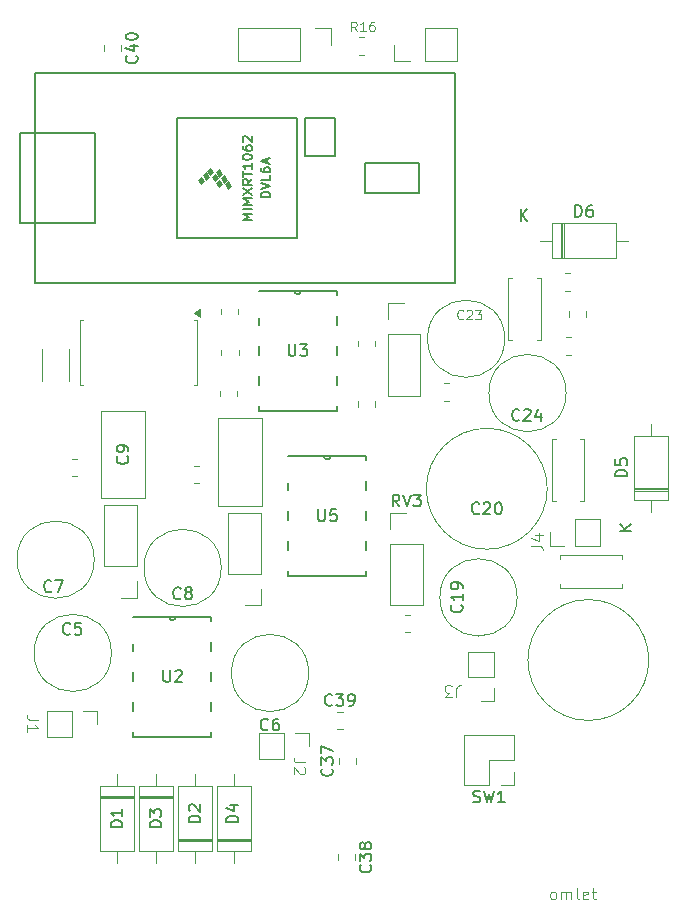
<source format=gbr>
%TF.GenerationSoftware,KiCad,Pcbnew,9.0.5-9.0.5~ubuntu24.04.1*%
%TF.CreationDate,2025-12-28T13:44:13+09:00*%
%TF.ProjectId,bdm-reverb,62646d2d-7265-4766-9572-622e6b696361,rev?*%
%TF.SameCoordinates,Original*%
%TF.FileFunction,Legend,Top*%
%TF.FilePolarity,Positive*%
%FSLAX46Y46*%
G04 Gerber Fmt 4.6, Leading zero omitted, Abs format (unit mm)*
G04 Created by KiCad (PCBNEW 9.0.5-9.0.5~ubuntu24.04.1) date 2025-12-28 13:44:13*
%MOMM*%
%LPD*%
G01*
G04 APERTURE LIST*
%ADD10C,0.100000*%
%ADD11C,0.150000*%
%ADD12C,0.080000*%
%ADD13C,0.120000*%
%ADD14C,0.152400*%
G04 APERTURE END LIST*
D10*
X240646741Y-113872419D02*
X240551503Y-113824800D01*
X240551503Y-113824800D02*
X240503884Y-113777180D01*
X240503884Y-113777180D02*
X240456265Y-113681942D01*
X240456265Y-113681942D02*
X240456265Y-113396228D01*
X240456265Y-113396228D02*
X240503884Y-113300990D01*
X240503884Y-113300990D02*
X240551503Y-113253371D01*
X240551503Y-113253371D02*
X240646741Y-113205752D01*
X240646741Y-113205752D02*
X240789598Y-113205752D01*
X240789598Y-113205752D02*
X240884836Y-113253371D01*
X240884836Y-113253371D02*
X240932455Y-113300990D01*
X240932455Y-113300990D02*
X240980074Y-113396228D01*
X240980074Y-113396228D02*
X240980074Y-113681942D01*
X240980074Y-113681942D02*
X240932455Y-113777180D01*
X240932455Y-113777180D02*
X240884836Y-113824800D01*
X240884836Y-113824800D02*
X240789598Y-113872419D01*
X240789598Y-113872419D02*
X240646741Y-113872419D01*
X241408646Y-113872419D02*
X241408646Y-113205752D01*
X241408646Y-113300990D02*
X241456265Y-113253371D01*
X241456265Y-113253371D02*
X241551503Y-113205752D01*
X241551503Y-113205752D02*
X241694360Y-113205752D01*
X241694360Y-113205752D02*
X241789598Y-113253371D01*
X241789598Y-113253371D02*
X241837217Y-113348609D01*
X241837217Y-113348609D02*
X241837217Y-113872419D01*
X241837217Y-113348609D02*
X241884836Y-113253371D01*
X241884836Y-113253371D02*
X241980074Y-113205752D01*
X241980074Y-113205752D02*
X242122931Y-113205752D01*
X242122931Y-113205752D02*
X242218170Y-113253371D01*
X242218170Y-113253371D02*
X242265789Y-113348609D01*
X242265789Y-113348609D02*
X242265789Y-113872419D01*
X242884836Y-113872419D02*
X242789598Y-113824800D01*
X242789598Y-113824800D02*
X242741979Y-113729561D01*
X242741979Y-113729561D02*
X242741979Y-112872419D01*
X243646741Y-113824800D02*
X243551503Y-113872419D01*
X243551503Y-113872419D02*
X243361027Y-113872419D01*
X243361027Y-113872419D02*
X243265789Y-113824800D01*
X243265789Y-113824800D02*
X243218170Y-113729561D01*
X243218170Y-113729561D02*
X243218170Y-113348609D01*
X243218170Y-113348609D02*
X243265789Y-113253371D01*
X243265789Y-113253371D02*
X243361027Y-113205752D01*
X243361027Y-113205752D02*
X243551503Y-113205752D01*
X243551503Y-113205752D02*
X243646741Y-113253371D01*
X243646741Y-113253371D02*
X243694360Y-113348609D01*
X243694360Y-113348609D02*
X243694360Y-113443847D01*
X243694360Y-113443847D02*
X243218170Y-113539085D01*
X243980075Y-113205752D02*
X244361027Y-113205752D01*
X244122932Y-112872419D02*
X244122932Y-113729561D01*
X244122932Y-113729561D02*
X244170551Y-113824800D01*
X244170551Y-113824800D02*
X244265789Y-113872419D01*
X244265789Y-113872419D02*
X244361027Y-113872419D01*
D11*
X204659580Y-76366666D02*
X204707200Y-76414285D01*
X204707200Y-76414285D02*
X204754819Y-76557142D01*
X204754819Y-76557142D02*
X204754819Y-76652380D01*
X204754819Y-76652380D02*
X204707200Y-76795237D01*
X204707200Y-76795237D02*
X204611961Y-76890475D01*
X204611961Y-76890475D02*
X204516723Y-76938094D01*
X204516723Y-76938094D02*
X204326247Y-76985713D01*
X204326247Y-76985713D02*
X204183390Y-76985713D01*
X204183390Y-76985713D02*
X203992914Y-76938094D01*
X203992914Y-76938094D02*
X203897676Y-76890475D01*
X203897676Y-76890475D02*
X203802438Y-76795237D01*
X203802438Y-76795237D02*
X203754819Y-76652380D01*
X203754819Y-76652380D02*
X203754819Y-76557142D01*
X203754819Y-76557142D02*
X203802438Y-76414285D01*
X203802438Y-76414285D02*
X203850057Y-76366666D01*
X204754819Y-75890475D02*
X204754819Y-75699999D01*
X204754819Y-75699999D02*
X204707200Y-75604761D01*
X204707200Y-75604761D02*
X204659580Y-75557142D01*
X204659580Y-75557142D02*
X204516723Y-75461904D01*
X204516723Y-75461904D02*
X204326247Y-75414285D01*
X204326247Y-75414285D02*
X203945295Y-75414285D01*
X203945295Y-75414285D02*
X203850057Y-75461904D01*
X203850057Y-75461904D02*
X203802438Y-75509523D01*
X203802438Y-75509523D02*
X203754819Y-75604761D01*
X203754819Y-75604761D02*
X203754819Y-75795237D01*
X203754819Y-75795237D02*
X203802438Y-75890475D01*
X203802438Y-75890475D02*
X203850057Y-75938094D01*
X203850057Y-75938094D02*
X203945295Y-75985713D01*
X203945295Y-75985713D02*
X204183390Y-75985713D01*
X204183390Y-75985713D02*
X204278628Y-75938094D01*
X204278628Y-75938094D02*
X204326247Y-75890475D01*
X204326247Y-75890475D02*
X204373866Y-75795237D01*
X204373866Y-75795237D02*
X204373866Y-75604761D01*
X204373866Y-75604761D02*
X204326247Y-75509523D01*
X204326247Y-75509523D02*
X204278628Y-75461904D01*
X204278628Y-75461904D02*
X204183390Y-75414285D01*
D10*
X238857419Y-83933333D02*
X239571704Y-83933333D01*
X239571704Y-83933333D02*
X239714561Y-83980952D01*
X239714561Y-83980952D02*
X239809800Y-84076190D01*
X239809800Y-84076190D02*
X239857419Y-84219047D01*
X239857419Y-84219047D02*
X239857419Y-84314285D01*
X239190752Y-83028571D02*
X239857419Y-83028571D01*
X238809800Y-83266666D02*
X239524085Y-83504761D01*
X239524085Y-83504761D02*
X239524085Y-82885714D01*
X232533333Y-96742580D02*
X232533333Y-96028295D01*
X232533333Y-96028295D02*
X232580952Y-95885438D01*
X232580952Y-95885438D02*
X232676190Y-95790200D01*
X232676190Y-95790200D02*
X232819047Y-95742580D01*
X232819047Y-95742580D02*
X232914285Y-95742580D01*
X232152380Y-96742580D02*
X231533333Y-96742580D01*
X231533333Y-96742580D02*
X231866666Y-96361628D01*
X231866666Y-96361628D02*
X231723809Y-96361628D01*
X231723809Y-96361628D02*
X231628571Y-96314009D01*
X231628571Y-96314009D02*
X231580952Y-96266390D01*
X231580952Y-96266390D02*
X231533333Y-96171152D01*
X231533333Y-96171152D02*
X231533333Y-95933057D01*
X231533333Y-95933057D02*
X231580952Y-95837819D01*
X231580952Y-95837819D02*
X231628571Y-95790200D01*
X231628571Y-95790200D02*
X231723809Y-95742580D01*
X231723809Y-95742580D02*
X232009523Y-95742580D01*
X232009523Y-95742580D02*
X232104761Y-95790200D01*
X232104761Y-95790200D02*
X232152380Y-95837819D01*
X219742580Y-102266666D02*
X219028295Y-102266666D01*
X219028295Y-102266666D02*
X218885438Y-102219047D01*
X218885438Y-102219047D02*
X218790200Y-102123809D01*
X218790200Y-102123809D02*
X218742580Y-101980952D01*
X218742580Y-101980952D02*
X218742580Y-101885714D01*
X219647342Y-102695238D02*
X219694961Y-102742857D01*
X219694961Y-102742857D02*
X219742580Y-102838095D01*
X219742580Y-102838095D02*
X219742580Y-103076190D01*
X219742580Y-103076190D02*
X219694961Y-103171428D01*
X219694961Y-103171428D02*
X219647342Y-103219047D01*
X219647342Y-103219047D02*
X219552104Y-103266666D01*
X219552104Y-103266666D02*
X219456866Y-103266666D01*
X219456866Y-103266666D02*
X219314009Y-103219047D01*
X219314009Y-103219047D02*
X218742580Y-102647619D01*
X218742580Y-102647619D02*
X218742580Y-103266666D01*
D11*
X205439580Y-42442857D02*
X205487200Y-42490476D01*
X205487200Y-42490476D02*
X205534819Y-42633333D01*
X205534819Y-42633333D02*
X205534819Y-42728571D01*
X205534819Y-42728571D02*
X205487200Y-42871428D01*
X205487200Y-42871428D02*
X205391961Y-42966666D01*
X205391961Y-42966666D02*
X205296723Y-43014285D01*
X205296723Y-43014285D02*
X205106247Y-43061904D01*
X205106247Y-43061904D02*
X204963390Y-43061904D01*
X204963390Y-43061904D02*
X204772914Y-43014285D01*
X204772914Y-43014285D02*
X204677676Y-42966666D01*
X204677676Y-42966666D02*
X204582438Y-42871428D01*
X204582438Y-42871428D02*
X204534819Y-42728571D01*
X204534819Y-42728571D02*
X204534819Y-42633333D01*
X204534819Y-42633333D02*
X204582438Y-42490476D01*
X204582438Y-42490476D02*
X204630057Y-42442857D01*
X204868152Y-41585714D02*
X205534819Y-41585714D01*
X204487200Y-41823809D02*
X205201485Y-42061904D01*
X205201485Y-42061904D02*
X205201485Y-41442857D01*
X204534819Y-40871428D02*
X204534819Y-40776190D01*
X204534819Y-40776190D02*
X204582438Y-40680952D01*
X204582438Y-40680952D02*
X204630057Y-40633333D01*
X204630057Y-40633333D02*
X204725295Y-40585714D01*
X204725295Y-40585714D02*
X204915771Y-40538095D01*
X204915771Y-40538095D02*
X205153866Y-40538095D01*
X205153866Y-40538095D02*
X205344342Y-40585714D01*
X205344342Y-40585714D02*
X205439580Y-40633333D01*
X205439580Y-40633333D02*
X205487200Y-40680952D01*
X205487200Y-40680952D02*
X205534819Y-40776190D01*
X205534819Y-40776190D02*
X205534819Y-40871428D01*
X205534819Y-40871428D02*
X205487200Y-40966666D01*
X205487200Y-40966666D02*
X205439580Y-41014285D01*
X205439580Y-41014285D02*
X205344342Y-41061904D01*
X205344342Y-41061904D02*
X205153866Y-41109523D01*
X205153866Y-41109523D02*
X204915771Y-41109523D01*
X204915771Y-41109523D02*
X204725295Y-41061904D01*
X204725295Y-41061904D02*
X204630057Y-41014285D01*
X204630057Y-41014285D02*
X204582438Y-40966666D01*
X204582438Y-40966666D02*
X204534819Y-40871428D01*
X199833333Y-91359580D02*
X199785714Y-91407200D01*
X199785714Y-91407200D02*
X199642857Y-91454819D01*
X199642857Y-91454819D02*
X199547619Y-91454819D01*
X199547619Y-91454819D02*
X199404762Y-91407200D01*
X199404762Y-91407200D02*
X199309524Y-91311961D01*
X199309524Y-91311961D02*
X199261905Y-91216723D01*
X199261905Y-91216723D02*
X199214286Y-91026247D01*
X199214286Y-91026247D02*
X199214286Y-90883390D01*
X199214286Y-90883390D02*
X199261905Y-90692914D01*
X199261905Y-90692914D02*
X199309524Y-90597676D01*
X199309524Y-90597676D02*
X199404762Y-90502438D01*
X199404762Y-90502438D02*
X199547619Y-90454819D01*
X199547619Y-90454819D02*
X199642857Y-90454819D01*
X199642857Y-90454819D02*
X199785714Y-90502438D01*
X199785714Y-90502438D02*
X199833333Y-90550057D01*
X200738095Y-90454819D02*
X200261905Y-90454819D01*
X200261905Y-90454819D02*
X200214286Y-90931009D01*
X200214286Y-90931009D02*
X200261905Y-90883390D01*
X200261905Y-90883390D02*
X200357143Y-90835771D01*
X200357143Y-90835771D02*
X200595238Y-90835771D01*
X200595238Y-90835771D02*
X200690476Y-90883390D01*
X200690476Y-90883390D02*
X200738095Y-90931009D01*
X200738095Y-90931009D02*
X200785714Y-91026247D01*
X200785714Y-91026247D02*
X200785714Y-91264342D01*
X200785714Y-91264342D02*
X200738095Y-91359580D01*
X200738095Y-91359580D02*
X200690476Y-91407200D01*
X200690476Y-91407200D02*
X200595238Y-91454819D01*
X200595238Y-91454819D02*
X200357143Y-91454819D01*
X200357143Y-91454819D02*
X200261905Y-91407200D01*
X200261905Y-91407200D02*
X200214286Y-91359580D01*
X222007142Y-97379580D02*
X221959523Y-97427200D01*
X221959523Y-97427200D02*
X221816666Y-97474819D01*
X221816666Y-97474819D02*
X221721428Y-97474819D01*
X221721428Y-97474819D02*
X221578571Y-97427200D01*
X221578571Y-97427200D02*
X221483333Y-97331961D01*
X221483333Y-97331961D02*
X221435714Y-97236723D01*
X221435714Y-97236723D02*
X221388095Y-97046247D01*
X221388095Y-97046247D02*
X221388095Y-96903390D01*
X221388095Y-96903390D02*
X221435714Y-96712914D01*
X221435714Y-96712914D02*
X221483333Y-96617676D01*
X221483333Y-96617676D02*
X221578571Y-96522438D01*
X221578571Y-96522438D02*
X221721428Y-96474819D01*
X221721428Y-96474819D02*
X221816666Y-96474819D01*
X221816666Y-96474819D02*
X221959523Y-96522438D01*
X221959523Y-96522438D02*
X222007142Y-96570057D01*
X222340476Y-96474819D02*
X222959523Y-96474819D01*
X222959523Y-96474819D02*
X222626190Y-96855771D01*
X222626190Y-96855771D02*
X222769047Y-96855771D01*
X222769047Y-96855771D02*
X222864285Y-96903390D01*
X222864285Y-96903390D02*
X222911904Y-96951009D01*
X222911904Y-96951009D02*
X222959523Y-97046247D01*
X222959523Y-97046247D02*
X222959523Y-97284342D01*
X222959523Y-97284342D02*
X222911904Y-97379580D01*
X222911904Y-97379580D02*
X222864285Y-97427200D01*
X222864285Y-97427200D02*
X222769047Y-97474819D01*
X222769047Y-97474819D02*
X222483333Y-97474819D01*
X222483333Y-97474819D02*
X222388095Y-97427200D01*
X222388095Y-97427200D02*
X222340476Y-97379580D01*
X223435714Y-97474819D02*
X223626190Y-97474819D01*
X223626190Y-97474819D02*
X223721428Y-97427200D01*
X223721428Y-97427200D02*
X223769047Y-97379580D01*
X223769047Y-97379580D02*
X223864285Y-97236723D01*
X223864285Y-97236723D02*
X223911904Y-97046247D01*
X223911904Y-97046247D02*
X223911904Y-96665295D01*
X223911904Y-96665295D02*
X223864285Y-96570057D01*
X223864285Y-96570057D02*
X223816666Y-96522438D01*
X223816666Y-96522438D02*
X223721428Y-96474819D01*
X223721428Y-96474819D02*
X223530952Y-96474819D01*
X223530952Y-96474819D02*
X223435714Y-96522438D01*
X223435714Y-96522438D02*
X223388095Y-96570057D01*
X223388095Y-96570057D02*
X223340476Y-96665295D01*
X223340476Y-96665295D02*
X223340476Y-96903390D01*
X223340476Y-96903390D02*
X223388095Y-96998628D01*
X223388095Y-96998628D02*
X223435714Y-97046247D01*
X223435714Y-97046247D02*
X223530952Y-97093866D01*
X223530952Y-97093866D02*
X223721428Y-97093866D01*
X223721428Y-97093866D02*
X223816666Y-97046247D01*
X223816666Y-97046247D02*
X223864285Y-96998628D01*
X223864285Y-96998628D02*
X223911904Y-96903390D01*
X225239580Y-110942857D02*
X225287200Y-110990476D01*
X225287200Y-110990476D02*
X225334819Y-111133333D01*
X225334819Y-111133333D02*
X225334819Y-111228571D01*
X225334819Y-111228571D02*
X225287200Y-111371428D01*
X225287200Y-111371428D02*
X225191961Y-111466666D01*
X225191961Y-111466666D02*
X225096723Y-111514285D01*
X225096723Y-111514285D02*
X224906247Y-111561904D01*
X224906247Y-111561904D02*
X224763390Y-111561904D01*
X224763390Y-111561904D02*
X224572914Y-111514285D01*
X224572914Y-111514285D02*
X224477676Y-111466666D01*
X224477676Y-111466666D02*
X224382438Y-111371428D01*
X224382438Y-111371428D02*
X224334819Y-111228571D01*
X224334819Y-111228571D02*
X224334819Y-111133333D01*
X224334819Y-111133333D02*
X224382438Y-110990476D01*
X224382438Y-110990476D02*
X224430057Y-110942857D01*
X224334819Y-110609523D02*
X224334819Y-109990476D01*
X224334819Y-109990476D02*
X224715771Y-110323809D01*
X224715771Y-110323809D02*
X224715771Y-110180952D01*
X224715771Y-110180952D02*
X224763390Y-110085714D01*
X224763390Y-110085714D02*
X224811009Y-110038095D01*
X224811009Y-110038095D02*
X224906247Y-109990476D01*
X224906247Y-109990476D02*
X225144342Y-109990476D01*
X225144342Y-109990476D02*
X225239580Y-110038095D01*
X225239580Y-110038095D02*
X225287200Y-110085714D01*
X225287200Y-110085714D02*
X225334819Y-110180952D01*
X225334819Y-110180952D02*
X225334819Y-110466666D01*
X225334819Y-110466666D02*
X225287200Y-110561904D01*
X225287200Y-110561904D02*
X225239580Y-110609523D01*
X224763390Y-109419047D02*
X224715771Y-109514285D01*
X224715771Y-109514285D02*
X224668152Y-109561904D01*
X224668152Y-109561904D02*
X224572914Y-109609523D01*
X224572914Y-109609523D02*
X224525295Y-109609523D01*
X224525295Y-109609523D02*
X224430057Y-109561904D01*
X224430057Y-109561904D02*
X224382438Y-109514285D01*
X224382438Y-109514285D02*
X224334819Y-109419047D01*
X224334819Y-109419047D02*
X224334819Y-109228571D01*
X224334819Y-109228571D02*
X224382438Y-109133333D01*
X224382438Y-109133333D02*
X224430057Y-109085714D01*
X224430057Y-109085714D02*
X224525295Y-109038095D01*
X224525295Y-109038095D02*
X224572914Y-109038095D01*
X224572914Y-109038095D02*
X224668152Y-109085714D01*
X224668152Y-109085714D02*
X224715771Y-109133333D01*
X224715771Y-109133333D02*
X224763390Y-109228571D01*
X224763390Y-109228571D02*
X224763390Y-109419047D01*
X224763390Y-109419047D02*
X224811009Y-109514285D01*
X224811009Y-109514285D02*
X224858628Y-109561904D01*
X224858628Y-109561904D02*
X224953866Y-109609523D01*
X224953866Y-109609523D02*
X225144342Y-109609523D01*
X225144342Y-109609523D02*
X225239580Y-109561904D01*
X225239580Y-109561904D02*
X225287200Y-109514285D01*
X225287200Y-109514285D02*
X225334819Y-109419047D01*
X225334819Y-109419047D02*
X225334819Y-109228571D01*
X225334819Y-109228571D02*
X225287200Y-109133333D01*
X225287200Y-109133333D02*
X225239580Y-109085714D01*
X225239580Y-109085714D02*
X225144342Y-109038095D01*
X225144342Y-109038095D02*
X224953866Y-109038095D01*
X224953866Y-109038095D02*
X224858628Y-109085714D01*
X224858628Y-109085714D02*
X224811009Y-109133333D01*
X224811009Y-109133333D02*
X224763390Y-109228571D01*
X221979580Y-102792857D02*
X222027200Y-102840476D01*
X222027200Y-102840476D02*
X222074819Y-102983333D01*
X222074819Y-102983333D02*
X222074819Y-103078571D01*
X222074819Y-103078571D02*
X222027200Y-103221428D01*
X222027200Y-103221428D02*
X221931961Y-103316666D01*
X221931961Y-103316666D02*
X221836723Y-103364285D01*
X221836723Y-103364285D02*
X221646247Y-103411904D01*
X221646247Y-103411904D02*
X221503390Y-103411904D01*
X221503390Y-103411904D02*
X221312914Y-103364285D01*
X221312914Y-103364285D02*
X221217676Y-103316666D01*
X221217676Y-103316666D02*
X221122438Y-103221428D01*
X221122438Y-103221428D02*
X221074819Y-103078571D01*
X221074819Y-103078571D02*
X221074819Y-102983333D01*
X221074819Y-102983333D02*
X221122438Y-102840476D01*
X221122438Y-102840476D02*
X221170057Y-102792857D01*
X221074819Y-102459523D02*
X221074819Y-101840476D01*
X221074819Y-101840476D02*
X221455771Y-102173809D01*
X221455771Y-102173809D02*
X221455771Y-102030952D01*
X221455771Y-102030952D02*
X221503390Y-101935714D01*
X221503390Y-101935714D02*
X221551009Y-101888095D01*
X221551009Y-101888095D02*
X221646247Y-101840476D01*
X221646247Y-101840476D02*
X221884342Y-101840476D01*
X221884342Y-101840476D02*
X221979580Y-101888095D01*
X221979580Y-101888095D02*
X222027200Y-101935714D01*
X222027200Y-101935714D02*
X222074819Y-102030952D01*
X222074819Y-102030952D02*
X222074819Y-102316666D01*
X222074819Y-102316666D02*
X222027200Y-102411904D01*
X222027200Y-102411904D02*
X221979580Y-102459523D01*
X221074819Y-101507142D02*
X221074819Y-100840476D01*
X221074819Y-100840476D02*
X222074819Y-101269047D01*
X237857142Y-73259580D02*
X237809523Y-73307200D01*
X237809523Y-73307200D02*
X237666666Y-73354819D01*
X237666666Y-73354819D02*
X237571428Y-73354819D01*
X237571428Y-73354819D02*
X237428571Y-73307200D01*
X237428571Y-73307200D02*
X237333333Y-73211961D01*
X237333333Y-73211961D02*
X237285714Y-73116723D01*
X237285714Y-73116723D02*
X237238095Y-72926247D01*
X237238095Y-72926247D02*
X237238095Y-72783390D01*
X237238095Y-72783390D02*
X237285714Y-72592914D01*
X237285714Y-72592914D02*
X237333333Y-72497676D01*
X237333333Y-72497676D02*
X237428571Y-72402438D01*
X237428571Y-72402438D02*
X237571428Y-72354819D01*
X237571428Y-72354819D02*
X237666666Y-72354819D01*
X237666666Y-72354819D02*
X237809523Y-72402438D01*
X237809523Y-72402438D02*
X237857142Y-72450057D01*
X238238095Y-72450057D02*
X238285714Y-72402438D01*
X238285714Y-72402438D02*
X238380952Y-72354819D01*
X238380952Y-72354819D02*
X238619047Y-72354819D01*
X238619047Y-72354819D02*
X238714285Y-72402438D01*
X238714285Y-72402438D02*
X238761904Y-72450057D01*
X238761904Y-72450057D02*
X238809523Y-72545295D01*
X238809523Y-72545295D02*
X238809523Y-72640533D01*
X238809523Y-72640533D02*
X238761904Y-72783390D01*
X238761904Y-72783390D02*
X238190476Y-73354819D01*
X238190476Y-73354819D02*
X238809523Y-73354819D01*
X239666666Y-72688152D02*
X239666666Y-73354819D01*
X239428571Y-72307200D02*
X239190476Y-73021485D01*
X239190476Y-73021485D02*
X239809523Y-73021485D01*
X234457142Y-81159580D02*
X234409523Y-81207200D01*
X234409523Y-81207200D02*
X234266666Y-81254819D01*
X234266666Y-81254819D02*
X234171428Y-81254819D01*
X234171428Y-81254819D02*
X234028571Y-81207200D01*
X234028571Y-81207200D02*
X233933333Y-81111961D01*
X233933333Y-81111961D02*
X233885714Y-81016723D01*
X233885714Y-81016723D02*
X233838095Y-80826247D01*
X233838095Y-80826247D02*
X233838095Y-80683390D01*
X233838095Y-80683390D02*
X233885714Y-80492914D01*
X233885714Y-80492914D02*
X233933333Y-80397676D01*
X233933333Y-80397676D02*
X234028571Y-80302438D01*
X234028571Y-80302438D02*
X234171428Y-80254819D01*
X234171428Y-80254819D02*
X234266666Y-80254819D01*
X234266666Y-80254819D02*
X234409523Y-80302438D01*
X234409523Y-80302438D02*
X234457142Y-80350057D01*
X234838095Y-80350057D02*
X234885714Y-80302438D01*
X234885714Y-80302438D02*
X234980952Y-80254819D01*
X234980952Y-80254819D02*
X235219047Y-80254819D01*
X235219047Y-80254819D02*
X235314285Y-80302438D01*
X235314285Y-80302438D02*
X235361904Y-80350057D01*
X235361904Y-80350057D02*
X235409523Y-80445295D01*
X235409523Y-80445295D02*
X235409523Y-80540533D01*
X235409523Y-80540533D02*
X235361904Y-80683390D01*
X235361904Y-80683390D02*
X234790476Y-81254819D01*
X234790476Y-81254819D02*
X235409523Y-81254819D01*
X236028571Y-80254819D02*
X236123809Y-80254819D01*
X236123809Y-80254819D02*
X236219047Y-80302438D01*
X236219047Y-80302438D02*
X236266666Y-80350057D01*
X236266666Y-80350057D02*
X236314285Y-80445295D01*
X236314285Y-80445295D02*
X236361904Y-80635771D01*
X236361904Y-80635771D02*
X236361904Y-80873866D01*
X236361904Y-80873866D02*
X236314285Y-81064342D01*
X236314285Y-81064342D02*
X236266666Y-81159580D01*
X236266666Y-81159580D02*
X236219047Y-81207200D01*
X236219047Y-81207200D02*
X236123809Y-81254819D01*
X236123809Y-81254819D02*
X236028571Y-81254819D01*
X236028571Y-81254819D02*
X235933333Y-81207200D01*
X235933333Y-81207200D02*
X235885714Y-81159580D01*
X235885714Y-81159580D02*
X235838095Y-81064342D01*
X235838095Y-81064342D02*
X235790476Y-80873866D01*
X235790476Y-80873866D02*
X235790476Y-80635771D01*
X235790476Y-80635771D02*
X235838095Y-80445295D01*
X235838095Y-80445295D02*
X235885714Y-80350057D01*
X235885714Y-80350057D02*
X235933333Y-80302438D01*
X235933333Y-80302438D02*
X236028571Y-80254819D01*
D12*
X233085714Y-64689744D02*
X233047618Y-64727840D01*
X233047618Y-64727840D02*
X232933333Y-64765935D01*
X232933333Y-64765935D02*
X232857142Y-64765935D01*
X232857142Y-64765935D02*
X232742856Y-64727840D01*
X232742856Y-64727840D02*
X232666666Y-64651649D01*
X232666666Y-64651649D02*
X232628571Y-64575459D01*
X232628571Y-64575459D02*
X232590475Y-64423078D01*
X232590475Y-64423078D02*
X232590475Y-64308792D01*
X232590475Y-64308792D02*
X232628571Y-64156411D01*
X232628571Y-64156411D02*
X232666666Y-64080220D01*
X232666666Y-64080220D02*
X232742856Y-64004030D01*
X232742856Y-64004030D02*
X232857142Y-63965935D01*
X232857142Y-63965935D02*
X232933333Y-63965935D01*
X232933333Y-63965935D02*
X233047618Y-64004030D01*
X233047618Y-64004030D02*
X233085714Y-64042125D01*
X233390475Y-64042125D02*
X233428571Y-64004030D01*
X233428571Y-64004030D02*
X233504761Y-63965935D01*
X233504761Y-63965935D02*
X233695237Y-63965935D01*
X233695237Y-63965935D02*
X233771428Y-64004030D01*
X233771428Y-64004030D02*
X233809523Y-64042125D01*
X233809523Y-64042125D02*
X233847618Y-64118316D01*
X233847618Y-64118316D02*
X233847618Y-64194506D01*
X233847618Y-64194506D02*
X233809523Y-64308792D01*
X233809523Y-64308792D02*
X233352380Y-64765935D01*
X233352380Y-64765935D02*
X233847618Y-64765935D01*
X234114285Y-63965935D02*
X234609523Y-63965935D01*
X234609523Y-63965935D02*
X234342857Y-64270697D01*
X234342857Y-64270697D02*
X234457142Y-64270697D01*
X234457142Y-64270697D02*
X234533333Y-64308792D01*
X234533333Y-64308792D02*
X234571428Y-64346887D01*
X234571428Y-64346887D02*
X234609523Y-64423078D01*
X234609523Y-64423078D02*
X234609523Y-64613554D01*
X234609523Y-64613554D02*
X234571428Y-64689744D01*
X234571428Y-64689744D02*
X234533333Y-64727840D01*
X234533333Y-64727840D02*
X234457142Y-64765935D01*
X234457142Y-64765935D02*
X234228571Y-64765935D01*
X234228571Y-64765935D02*
X234152380Y-64727840D01*
X234152380Y-64727840D02*
X234114285Y-64689744D01*
D11*
X218328095Y-66864819D02*
X218328095Y-67674342D01*
X218328095Y-67674342D02*
X218375714Y-67769580D01*
X218375714Y-67769580D02*
X218423333Y-67817200D01*
X218423333Y-67817200D02*
X218518571Y-67864819D01*
X218518571Y-67864819D02*
X218709047Y-67864819D01*
X218709047Y-67864819D02*
X218804285Y-67817200D01*
X218804285Y-67817200D02*
X218851904Y-67769580D01*
X218851904Y-67769580D02*
X218899523Y-67674342D01*
X218899523Y-67674342D02*
X218899523Y-66864819D01*
X219280476Y-66864819D02*
X219899523Y-66864819D01*
X219899523Y-66864819D02*
X219566190Y-67245771D01*
X219566190Y-67245771D02*
X219709047Y-67245771D01*
X219709047Y-67245771D02*
X219804285Y-67293390D01*
X219804285Y-67293390D02*
X219851904Y-67341009D01*
X219851904Y-67341009D02*
X219899523Y-67436247D01*
X219899523Y-67436247D02*
X219899523Y-67674342D01*
X219899523Y-67674342D02*
X219851904Y-67769580D01*
X219851904Y-67769580D02*
X219804285Y-67817200D01*
X219804285Y-67817200D02*
X219709047Y-67864819D01*
X219709047Y-67864819D02*
X219423333Y-67864819D01*
X219423333Y-67864819D02*
X219328095Y-67817200D01*
X219328095Y-67817200D02*
X219280476Y-67769580D01*
X214054819Y-107338094D02*
X213054819Y-107338094D01*
X213054819Y-107338094D02*
X213054819Y-107099999D01*
X213054819Y-107099999D02*
X213102438Y-106957142D01*
X213102438Y-106957142D02*
X213197676Y-106861904D01*
X213197676Y-106861904D02*
X213292914Y-106814285D01*
X213292914Y-106814285D02*
X213483390Y-106766666D01*
X213483390Y-106766666D02*
X213626247Y-106766666D01*
X213626247Y-106766666D02*
X213816723Y-106814285D01*
X213816723Y-106814285D02*
X213911961Y-106861904D01*
X213911961Y-106861904D02*
X214007200Y-106957142D01*
X214007200Y-106957142D02*
X214054819Y-107099999D01*
X214054819Y-107099999D02*
X214054819Y-107338094D01*
X213388152Y-105909523D02*
X214054819Y-105909523D01*
X213007200Y-106147618D02*
X213721485Y-106385713D01*
X213721485Y-106385713D02*
X213721485Y-105766666D01*
D12*
X224085714Y-40365935D02*
X223819047Y-39984982D01*
X223628571Y-40365935D02*
X223628571Y-39565935D01*
X223628571Y-39565935D02*
X223933333Y-39565935D01*
X223933333Y-39565935D02*
X224009523Y-39604030D01*
X224009523Y-39604030D02*
X224047618Y-39642125D01*
X224047618Y-39642125D02*
X224085714Y-39718316D01*
X224085714Y-39718316D02*
X224085714Y-39832601D01*
X224085714Y-39832601D02*
X224047618Y-39908792D01*
X224047618Y-39908792D02*
X224009523Y-39946887D01*
X224009523Y-39946887D02*
X223933333Y-39984982D01*
X223933333Y-39984982D02*
X223628571Y-39984982D01*
X224847618Y-40365935D02*
X224390475Y-40365935D01*
X224619047Y-40365935D02*
X224619047Y-39565935D01*
X224619047Y-39565935D02*
X224542856Y-39680220D01*
X224542856Y-39680220D02*
X224466666Y-39756411D01*
X224466666Y-39756411D02*
X224390475Y-39794506D01*
X225533333Y-39565935D02*
X225380952Y-39565935D01*
X225380952Y-39565935D02*
X225304761Y-39604030D01*
X225304761Y-39604030D02*
X225266666Y-39642125D01*
X225266666Y-39642125D02*
X225190476Y-39756411D01*
X225190476Y-39756411D02*
X225152380Y-39908792D01*
X225152380Y-39908792D02*
X225152380Y-40213554D01*
X225152380Y-40213554D02*
X225190476Y-40289744D01*
X225190476Y-40289744D02*
X225228571Y-40327840D01*
X225228571Y-40327840D02*
X225304761Y-40365935D01*
X225304761Y-40365935D02*
X225457142Y-40365935D01*
X225457142Y-40365935D02*
X225533333Y-40327840D01*
X225533333Y-40327840D02*
X225571428Y-40289744D01*
X225571428Y-40289744D02*
X225609523Y-40213554D01*
X225609523Y-40213554D02*
X225609523Y-40023078D01*
X225609523Y-40023078D02*
X225571428Y-39946887D01*
X225571428Y-39946887D02*
X225533333Y-39908792D01*
X225533333Y-39908792D02*
X225457142Y-39870697D01*
X225457142Y-39870697D02*
X225304761Y-39870697D01*
X225304761Y-39870697D02*
X225228571Y-39908792D01*
X225228571Y-39908792D02*
X225190476Y-39946887D01*
X225190476Y-39946887D02*
X225152380Y-40023078D01*
D11*
X242581905Y-56084819D02*
X242581905Y-55084819D01*
X242581905Y-55084819D02*
X242820000Y-55084819D01*
X242820000Y-55084819D02*
X242962857Y-55132438D01*
X242962857Y-55132438D02*
X243058095Y-55227676D01*
X243058095Y-55227676D02*
X243105714Y-55322914D01*
X243105714Y-55322914D02*
X243153333Y-55513390D01*
X243153333Y-55513390D02*
X243153333Y-55656247D01*
X243153333Y-55656247D02*
X243105714Y-55846723D01*
X243105714Y-55846723D02*
X243058095Y-55941961D01*
X243058095Y-55941961D02*
X242962857Y-56037200D01*
X242962857Y-56037200D02*
X242820000Y-56084819D01*
X242820000Y-56084819D02*
X242581905Y-56084819D01*
X244010476Y-55084819D02*
X243820000Y-55084819D01*
X243820000Y-55084819D02*
X243724762Y-55132438D01*
X243724762Y-55132438D02*
X243677143Y-55180057D01*
X243677143Y-55180057D02*
X243581905Y-55322914D01*
X243581905Y-55322914D02*
X243534286Y-55513390D01*
X243534286Y-55513390D02*
X243534286Y-55894342D01*
X243534286Y-55894342D02*
X243581905Y-55989580D01*
X243581905Y-55989580D02*
X243629524Y-56037200D01*
X243629524Y-56037200D02*
X243724762Y-56084819D01*
X243724762Y-56084819D02*
X243915238Y-56084819D01*
X243915238Y-56084819D02*
X244010476Y-56037200D01*
X244010476Y-56037200D02*
X244058095Y-55989580D01*
X244058095Y-55989580D02*
X244105714Y-55894342D01*
X244105714Y-55894342D02*
X244105714Y-55656247D01*
X244105714Y-55656247D02*
X244058095Y-55561009D01*
X244058095Y-55561009D02*
X244010476Y-55513390D01*
X244010476Y-55513390D02*
X243915238Y-55465771D01*
X243915238Y-55465771D02*
X243724762Y-55465771D01*
X243724762Y-55465771D02*
X243629524Y-55513390D01*
X243629524Y-55513390D02*
X243581905Y-55561009D01*
X243581905Y-55561009D02*
X243534286Y-55656247D01*
X237978095Y-56454819D02*
X237978095Y-55454819D01*
X238549523Y-56454819D02*
X238120952Y-55883390D01*
X238549523Y-55454819D02*
X237978095Y-56026247D01*
X220838095Y-80854819D02*
X220838095Y-81664342D01*
X220838095Y-81664342D02*
X220885714Y-81759580D01*
X220885714Y-81759580D02*
X220933333Y-81807200D01*
X220933333Y-81807200D02*
X221028571Y-81854819D01*
X221028571Y-81854819D02*
X221219047Y-81854819D01*
X221219047Y-81854819D02*
X221314285Y-81807200D01*
X221314285Y-81807200D02*
X221361904Y-81759580D01*
X221361904Y-81759580D02*
X221409523Y-81664342D01*
X221409523Y-81664342D02*
X221409523Y-80854819D01*
X222361904Y-80854819D02*
X221885714Y-80854819D01*
X221885714Y-80854819D02*
X221838095Y-81331009D01*
X221838095Y-81331009D02*
X221885714Y-81283390D01*
X221885714Y-81283390D02*
X221980952Y-81235771D01*
X221980952Y-81235771D02*
X222219047Y-81235771D01*
X222219047Y-81235771D02*
X222314285Y-81283390D01*
X222314285Y-81283390D02*
X222361904Y-81331009D01*
X222361904Y-81331009D02*
X222409523Y-81426247D01*
X222409523Y-81426247D02*
X222409523Y-81664342D01*
X222409523Y-81664342D02*
X222361904Y-81759580D01*
X222361904Y-81759580D02*
X222314285Y-81807200D01*
X222314285Y-81807200D02*
X222219047Y-81854819D01*
X222219047Y-81854819D02*
X221980952Y-81854819D01*
X221980952Y-81854819D02*
X221885714Y-81807200D01*
X221885714Y-81807200D02*
X221838095Y-81759580D01*
X207554819Y-107758094D02*
X206554819Y-107758094D01*
X206554819Y-107758094D02*
X206554819Y-107519999D01*
X206554819Y-107519999D02*
X206602438Y-107377142D01*
X206602438Y-107377142D02*
X206697676Y-107281904D01*
X206697676Y-107281904D02*
X206792914Y-107234285D01*
X206792914Y-107234285D02*
X206983390Y-107186666D01*
X206983390Y-107186666D02*
X207126247Y-107186666D01*
X207126247Y-107186666D02*
X207316723Y-107234285D01*
X207316723Y-107234285D02*
X207411961Y-107281904D01*
X207411961Y-107281904D02*
X207507200Y-107377142D01*
X207507200Y-107377142D02*
X207554819Y-107519999D01*
X207554819Y-107519999D02*
X207554819Y-107758094D01*
X206554819Y-106853332D02*
X206554819Y-106234285D01*
X206554819Y-106234285D02*
X206935771Y-106567618D01*
X206935771Y-106567618D02*
X206935771Y-106424761D01*
X206935771Y-106424761D02*
X206983390Y-106329523D01*
X206983390Y-106329523D02*
X207031009Y-106281904D01*
X207031009Y-106281904D02*
X207126247Y-106234285D01*
X207126247Y-106234285D02*
X207364342Y-106234285D01*
X207364342Y-106234285D02*
X207459580Y-106281904D01*
X207459580Y-106281904D02*
X207507200Y-106329523D01*
X207507200Y-106329523D02*
X207554819Y-106424761D01*
X207554819Y-106424761D02*
X207554819Y-106710475D01*
X207554819Y-106710475D02*
X207507200Y-106805713D01*
X207507200Y-106805713D02*
X207459580Y-106853332D01*
X227704761Y-80594819D02*
X227371428Y-80118628D01*
X227133333Y-80594819D02*
X227133333Y-79594819D01*
X227133333Y-79594819D02*
X227514285Y-79594819D01*
X227514285Y-79594819D02*
X227609523Y-79642438D01*
X227609523Y-79642438D02*
X227657142Y-79690057D01*
X227657142Y-79690057D02*
X227704761Y-79785295D01*
X227704761Y-79785295D02*
X227704761Y-79928152D01*
X227704761Y-79928152D02*
X227657142Y-80023390D01*
X227657142Y-80023390D02*
X227609523Y-80071009D01*
X227609523Y-80071009D02*
X227514285Y-80118628D01*
X227514285Y-80118628D02*
X227133333Y-80118628D01*
X227990476Y-79594819D02*
X228323809Y-80594819D01*
X228323809Y-80594819D02*
X228657142Y-79594819D01*
X228895238Y-79594819D02*
X229514285Y-79594819D01*
X229514285Y-79594819D02*
X229180952Y-79975771D01*
X229180952Y-79975771D02*
X229323809Y-79975771D01*
X229323809Y-79975771D02*
X229419047Y-80023390D01*
X229419047Y-80023390D02*
X229466666Y-80071009D01*
X229466666Y-80071009D02*
X229514285Y-80166247D01*
X229514285Y-80166247D02*
X229514285Y-80404342D01*
X229514285Y-80404342D02*
X229466666Y-80499580D01*
X229466666Y-80499580D02*
X229419047Y-80547200D01*
X229419047Y-80547200D02*
X229323809Y-80594819D01*
X229323809Y-80594819D02*
X229038095Y-80594819D01*
X229038095Y-80594819D02*
X228942857Y-80547200D01*
X228942857Y-80547200D02*
X228895238Y-80499580D01*
X216583333Y-99459580D02*
X216535714Y-99507200D01*
X216535714Y-99507200D02*
X216392857Y-99554819D01*
X216392857Y-99554819D02*
X216297619Y-99554819D01*
X216297619Y-99554819D02*
X216154762Y-99507200D01*
X216154762Y-99507200D02*
X216059524Y-99411961D01*
X216059524Y-99411961D02*
X216011905Y-99316723D01*
X216011905Y-99316723D02*
X215964286Y-99126247D01*
X215964286Y-99126247D02*
X215964286Y-98983390D01*
X215964286Y-98983390D02*
X216011905Y-98792914D01*
X216011905Y-98792914D02*
X216059524Y-98697676D01*
X216059524Y-98697676D02*
X216154762Y-98602438D01*
X216154762Y-98602438D02*
X216297619Y-98554819D01*
X216297619Y-98554819D02*
X216392857Y-98554819D01*
X216392857Y-98554819D02*
X216535714Y-98602438D01*
X216535714Y-98602438D02*
X216583333Y-98650057D01*
X217440476Y-98554819D02*
X217250000Y-98554819D01*
X217250000Y-98554819D02*
X217154762Y-98602438D01*
X217154762Y-98602438D02*
X217107143Y-98650057D01*
X217107143Y-98650057D02*
X217011905Y-98792914D01*
X217011905Y-98792914D02*
X216964286Y-98983390D01*
X216964286Y-98983390D02*
X216964286Y-99364342D01*
X216964286Y-99364342D02*
X217011905Y-99459580D01*
X217011905Y-99459580D02*
X217059524Y-99507200D01*
X217059524Y-99507200D02*
X217154762Y-99554819D01*
X217154762Y-99554819D02*
X217345238Y-99554819D01*
X217345238Y-99554819D02*
X217440476Y-99507200D01*
X217440476Y-99507200D02*
X217488095Y-99459580D01*
X217488095Y-99459580D02*
X217535714Y-99364342D01*
X217535714Y-99364342D02*
X217535714Y-99126247D01*
X217535714Y-99126247D02*
X217488095Y-99031009D01*
X217488095Y-99031009D02*
X217440476Y-98983390D01*
X217440476Y-98983390D02*
X217345238Y-98935771D01*
X217345238Y-98935771D02*
X217154762Y-98935771D01*
X217154762Y-98935771D02*
X217059524Y-98983390D01*
X217059524Y-98983390D02*
X217011905Y-99031009D01*
X217011905Y-99031009D02*
X216964286Y-99126247D01*
X232959580Y-88942857D02*
X233007200Y-88990476D01*
X233007200Y-88990476D02*
X233054819Y-89133333D01*
X233054819Y-89133333D02*
X233054819Y-89228571D01*
X233054819Y-89228571D02*
X233007200Y-89371428D01*
X233007200Y-89371428D02*
X232911961Y-89466666D01*
X232911961Y-89466666D02*
X232816723Y-89514285D01*
X232816723Y-89514285D02*
X232626247Y-89561904D01*
X232626247Y-89561904D02*
X232483390Y-89561904D01*
X232483390Y-89561904D02*
X232292914Y-89514285D01*
X232292914Y-89514285D02*
X232197676Y-89466666D01*
X232197676Y-89466666D02*
X232102438Y-89371428D01*
X232102438Y-89371428D02*
X232054819Y-89228571D01*
X232054819Y-89228571D02*
X232054819Y-89133333D01*
X232054819Y-89133333D02*
X232102438Y-88990476D01*
X232102438Y-88990476D02*
X232150057Y-88942857D01*
X233054819Y-87990476D02*
X233054819Y-88561904D01*
X233054819Y-88276190D02*
X232054819Y-88276190D01*
X232054819Y-88276190D02*
X232197676Y-88371428D01*
X232197676Y-88371428D02*
X232292914Y-88466666D01*
X232292914Y-88466666D02*
X232340533Y-88561904D01*
X233054819Y-87514285D02*
X233054819Y-87323809D01*
X233054819Y-87323809D02*
X233007200Y-87228571D01*
X233007200Y-87228571D02*
X232959580Y-87180952D01*
X232959580Y-87180952D02*
X232816723Y-87085714D01*
X232816723Y-87085714D02*
X232626247Y-87038095D01*
X232626247Y-87038095D02*
X232245295Y-87038095D01*
X232245295Y-87038095D02*
X232150057Y-87085714D01*
X232150057Y-87085714D02*
X232102438Y-87133333D01*
X232102438Y-87133333D02*
X232054819Y-87228571D01*
X232054819Y-87228571D02*
X232054819Y-87419047D01*
X232054819Y-87419047D02*
X232102438Y-87514285D01*
X232102438Y-87514285D02*
X232150057Y-87561904D01*
X232150057Y-87561904D02*
X232245295Y-87609523D01*
X232245295Y-87609523D02*
X232483390Y-87609523D01*
X232483390Y-87609523D02*
X232578628Y-87561904D01*
X232578628Y-87561904D02*
X232626247Y-87514285D01*
X232626247Y-87514285D02*
X232673866Y-87419047D01*
X232673866Y-87419047D02*
X232673866Y-87228571D01*
X232673866Y-87228571D02*
X232626247Y-87133333D01*
X232626247Y-87133333D02*
X232578628Y-87085714D01*
X232578628Y-87085714D02*
X232483390Y-87038095D01*
X210854819Y-107338094D02*
X209854819Y-107338094D01*
X209854819Y-107338094D02*
X209854819Y-107099999D01*
X209854819Y-107099999D02*
X209902438Y-106957142D01*
X209902438Y-106957142D02*
X209997676Y-106861904D01*
X209997676Y-106861904D02*
X210092914Y-106814285D01*
X210092914Y-106814285D02*
X210283390Y-106766666D01*
X210283390Y-106766666D02*
X210426247Y-106766666D01*
X210426247Y-106766666D02*
X210616723Y-106814285D01*
X210616723Y-106814285D02*
X210711961Y-106861904D01*
X210711961Y-106861904D02*
X210807200Y-106957142D01*
X210807200Y-106957142D02*
X210854819Y-107099999D01*
X210854819Y-107099999D02*
X210854819Y-107338094D01*
X209950057Y-106385713D02*
X209902438Y-106338094D01*
X209902438Y-106338094D02*
X209854819Y-106242856D01*
X209854819Y-106242856D02*
X209854819Y-106004761D01*
X209854819Y-106004761D02*
X209902438Y-105909523D01*
X209902438Y-105909523D02*
X209950057Y-105861904D01*
X209950057Y-105861904D02*
X210045295Y-105814285D01*
X210045295Y-105814285D02*
X210140533Y-105814285D01*
X210140533Y-105814285D02*
X210283390Y-105861904D01*
X210283390Y-105861904D02*
X210854819Y-106433332D01*
X210854819Y-106433332D02*
X210854819Y-105814285D01*
X198233333Y-87759580D02*
X198185714Y-87807200D01*
X198185714Y-87807200D02*
X198042857Y-87854819D01*
X198042857Y-87854819D02*
X197947619Y-87854819D01*
X197947619Y-87854819D02*
X197804762Y-87807200D01*
X197804762Y-87807200D02*
X197709524Y-87711961D01*
X197709524Y-87711961D02*
X197661905Y-87616723D01*
X197661905Y-87616723D02*
X197614286Y-87426247D01*
X197614286Y-87426247D02*
X197614286Y-87283390D01*
X197614286Y-87283390D02*
X197661905Y-87092914D01*
X197661905Y-87092914D02*
X197709524Y-86997676D01*
X197709524Y-86997676D02*
X197804762Y-86902438D01*
X197804762Y-86902438D02*
X197947619Y-86854819D01*
X197947619Y-86854819D02*
X198042857Y-86854819D01*
X198042857Y-86854819D02*
X198185714Y-86902438D01*
X198185714Y-86902438D02*
X198233333Y-86950057D01*
X198566667Y-86854819D02*
X199233333Y-86854819D01*
X199233333Y-86854819D02*
X198804762Y-87854819D01*
X204254819Y-107758094D02*
X203254819Y-107758094D01*
X203254819Y-107758094D02*
X203254819Y-107519999D01*
X203254819Y-107519999D02*
X203302438Y-107377142D01*
X203302438Y-107377142D02*
X203397676Y-107281904D01*
X203397676Y-107281904D02*
X203492914Y-107234285D01*
X203492914Y-107234285D02*
X203683390Y-107186666D01*
X203683390Y-107186666D02*
X203826247Y-107186666D01*
X203826247Y-107186666D02*
X204016723Y-107234285D01*
X204016723Y-107234285D02*
X204111961Y-107281904D01*
X204111961Y-107281904D02*
X204207200Y-107377142D01*
X204207200Y-107377142D02*
X204254819Y-107519999D01*
X204254819Y-107519999D02*
X204254819Y-107758094D01*
X204254819Y-106234285D02*
X204254819Y-106805713D01*
X204254819Y-106519999D02*
X203254819Y-106519999D01*
X203254819Y-106519999D02*
X203397676Y-106615237D01*
X203397676Y-106615237D02*
X203492914Y-106710475D01*
X203492914Y-106710475D02*
X203540533Y-106805713D01*
D10*
X197142580Y-98666666D02*
X196428295Y-98666666D01*
X196428295Y-98666666D02*
X196285438Y-98619047D01*
X196285438Y-98619047D02*
X196190200Y-98523809D01*
X196190200Y-98523809D02*
X196142580Y-98380952D01*
X196142580Y-98380952D02*
X196142580Y-98285714D01*
X196142580Y-99666666D02*
X196142580Y-99095238D01*
X196142580Y-99380952D02*
X197142580Y-99380952D01*
X197142580Y-99380952D02*
X196999723Y-99285714D01*
X196999723Y-99285714D02*
X196904485Y-99190476D01*
X196904485Y-99190476D02*
X196856866Y-99095238D01*
D11*
X207728095Y-94464819D02*
X207728095Y-95274342D01*
X207728095Y-95274342D02*
X207775714Y-95369580D01*
X207775714Y-95369580D02*
X207823333Y-95417200D01*
X207823333Y-95417200D02*
X207918571Y-95464819D01*
X207918571Y-95464819D02*
X208109047Y-95464819D01*
X208109047Y-95464819D02*
X208204285Y-95417200D01*
X208204285Y-95417200D02*
X208251904Y-95369580D01*
X208251904Y-95369580D02*
X208299523Y-95274342D01*
X208299523Y-95274342D02*
X208299523Y-94464819D01*
X208728095Y-94560057D02*
X208775714Y-94512438D01*
X208775714Y-94512438D02*
X208870952Y-94464819D01*
X208870952Y-94464819D02*
X209109047Y-94464819D01*
X209109047Y-94464819D02*
X209204285Y-94512438D01*
X209204285Y-94512438D02*
X209251904Y-94560057D01*
X209251904Y-94560057D02*
X209299523Y-94655295D01*
X209299523Y-94655295D02*
X209299523Y-94750533D01*
X209299523Y-94750533D02*
X209251904Y-94893390D01*
X209251904Y-94893390D02*
X208680476Y-95464819D01*
X208680476Y-95464819D02*
X209299523Y-95464819D01*
X209183333Y-88359580D02*
X209135714Y-88407200D01*
X209135714Y-88407200D02*
X208992857Y-88454819D01*
X208992857Y-88454819D02*
X208897619Y-88454819D01*
X208897619Y-88454819D02*
X208754762Y-88407200D01*
X208754762Y-88407200D02*
X208659524Y-88311961D01*
X208659524Y-88311961D02*
X208611905Y-88216723D01*
X208611905Y-88216723D02*
X208564286Y-88026247D01*
X208564286Y-88026247D02*
X208564286Y-87883390D01*
X208564286Y-87883390D02*
X208611905Y-87692914D01*
X208611905Y-87692914D02*
X208659524Y-87597676D01*
X208659524Y-87597676D02*
X208754762Y-87502438D01*
X208754762Y-87502438D02*
X208897619Y-87454819D01*
X208897619Y-87454819D02*
X208992857Y-87454819D01*
X208992857Y-87454819D02*
X209135714Y-87502438D01*
X209135714Y-87502438D02*
X209183333Y-87550057D01*
X209754762Y-87883390D02*
X209659524Y-87835771D01*
X209659524Y-87835771D02*
X209611905Y-87788152D01*
X209611905Y-87788152D02*
X209564286Y-87692914D01*
X209564286Y-87692914D02*
X209564286Y-87645295D01*
X209564286Y-87645295D02*
X209611905Y-87550057D01*
X209611905Y-87550057D02*
X209659524Y-87502438D01*
X209659524Y-87502438D02*
X209754762Y-87454819D01*
X209754762Y-87454819D02*
X209945238Y-87454819D01*
X209945238Y-87454819D02*
X210040476Y-87502438D01*
X210040476Y-87502438D02*
X210088095Y-87550057D01*
X210088095Y-87550057D02*
X210135714Y-87645295D01*
X210135714Y-87645295D02*
X210135714Y-87692914D01*
X210135714Y-87692914D02*
X210088095Y-87788152D01*
X210088095Y-87788152D02*
X210040476Y-87835771D01*
X210040476Y-87835771D02*
X209945238Y-87883390D01*
X209945238Y-87883390D02*
X209754762Y-87883390D01*
X209754762Y-87883390D02*
X209659524Y-87931009D01*
X209659524Y-87931009D02*
X209611905Y-87978628D01*
X209611905Y-87978628D02*
X209564286Y-88073866D01*
X209564286Y-88073866D02*
X209564286Y-88264342D01*
X209564286Y-88264342D02*
X209611905Y-88359580D01*
X209611905Y-88359580D02*
X209659524Y-88407200D01*
X209659524Y-88407200D02*
X209754762Y-88454819D01*
X209754762Y-88454819D02*
X209945238Y-88454819D01*
X209945238Y-88454819D02*
X210040476Y-88407200D01*
X210040476Y-88407200D02*
X210088095Y-88359580D01*
X210088095Y-88359580D02*
X210135714Y-88264342D01*
X210135714Y-88264342D02*
X210135714Y-88073866D01*
X210135714Y-88073866D02*
X210088095Y-87978628D01*
X210088095Y-87978628D02*
X210040476Y-87931009D01*
X210040476Y-87931009D02*
X209945238Y-87883390D01*
X215226295Y-56343809D02*
X214426295Y-56343809D01*
X214426295Y-56343809D02*
X214997723Y-56077143D01*
X214997723Y-56077143D02*
X214426295Y-55810476D01*
X214426295Y-55810476D02*
X215226295Y-55810476D01*
X215226295Y-55429523D02*
X214426295Y-55429523D01*
X215226295Y-55048571D02*
X214426295Y-55048571D01*
X214426295Y-55048571D02*
X214997723Y-54781905D01*
X214997723Y-54781905D02*
X214426295Y-54515238D01*
X214426295Y-54515238D02*
X215226295Y-54515238D01*
X214426295Y-54210476D02*
X215226295Y-53677142D01*
X214426295Y-53677142D02*
X215226295Y-54210476D01*
X215226295Y-52915237D02*
X214845342Y-53181904D01*
X215226295Y-53372380D02*
X214426295Y-53372380D01*
X214426295Y-53372380D02*
X214426295Y-53067618D01*
X214426295Y-53067618D02*
X214464390Y-52991428D01*
X214464390Y-52991428D02*
X214502485Y-52953333D01*
X214502485Y-52953333D02*
X214578676Y-52915237D01*
X214578676Y-52915237D02*
X214692961Y-52915237D01*
X214692961Y-52915237D02*
X214769152Y-52953333D01*
X214769152Y-52953333D02*
X214807247Y-52991428D01*
X214807247Y-52991428D02*
X214845342Y-53067618D01*
X214845342Y-53067618D02*
X214845342Y-53372380D01*
X214426295Y-52686666D02*
X214426295Y-52229523D01*
X215226295Y-52458095D02*
X214426295Y-52458095D01*
X215226295Y-51543809D02*
X215226295Y-52000952D01*
X215226295Y-51772380D02*
X214426295Y-51772380D01*
X214426295Y-51772380D02*
X214540580Y-51848571D01*
X214540580Y-51848571D02*
X214616771Y-51924761D01*
X214616771Y-51924761D02*
X214654866Y-52000952D01*
X214426295Y-51048570D02*
X214426295Y-50972380D01*
X214426295Y-50972380D02*
X214464390Y-50896189D01*
X214464390Y-50896189D02*
X214502485Y-50858094D01*
X214502485Y-50858094D02*
X214578676Y-50819999D01*
X214578676Y-50819999D02*
X214731057Y-50781904D01*
X214731057Y-50781904D02*
X214921533Y-50781904D01*
X214921533Y-50781904D02*
X215073914Y-50819999D01*
X215073914Y-50819999D02*
X215150104Y-50858094D01*
X215150104Y-50858094D02*
X215188200Y-50896189D01*
X215188200Y-50896189D02*
X215226295Y-50972380D01*
X215226295Y-50972380D02*
X215226295Y-51048570D01*
X215226295Y-51048570D02*
X215188200Y-51124761D01*
X215188200Y-51124761D02*
X215150104Y-51162856D01*
X215150104Y-51162856D02*
X215073914Y-51200951D01*
X215073914Y-51200951D02*
X214921533Y-51239047D01*
X214921533Y-51239047D02*
X214731057Y-51239047D01*
X214731057Y-51239047D02*
X214578676Y-51200951D01*
X214578676Y-51200951D02*
X214502485Y-51162856D01*
X214502485Y-51162856D02*
X214464390Y-51124761D01*
X214464390Y-51124761D02*
X214426295Y-51048570D01*
X214426295Y-50096189D02*
X214426295Y-50248570D01*
X214426295Y-50248570D02*
X214464390Y-50324761D01*
X214464390Y-50324761D02*
X214502485Y-50362856D01*
X214502485Y-50362856D02*
X214616771Y-50439046D01*
X214616771Y-50439046D02*
X214769152Y-50477142D01*
X214769152Y-50477142D02*
X215073914Y-50477142D01*
X215073914Y-50477142D02*
X215150104Y-50439046D01*
X215150104Y-50439046D02*
X215188200Y-50400951D01*
X215188200Y-50400951D02*
X215226295Y-50324761D01*
X215226295Y-50324761D02*
X215226295Y-50172380D01*
X215226295Y-50172380D02*
X215188200Y-50096189D01*
X215188200Y-50096189D02*
X215150104Y-50058094D01*
X215150104Y-50058094D02*
X215073914Y-50019999D01*
X215073914Y-50019999D02*
X214883438Y-50019999D01*
X214883438Y-50019999D02*
X214807247Y-50058094D01*
X214807247Y-50058094D02*
X214769152Y-50096189D01*
X214769152Y-50096189D02*
X214731057Y-50172380D01*
X214731057Y-50172380D02*
X214731057Y-50324761D01*
X214731057Y-50324761D02*
X214769152Y-50400951D01*
X214769152Y-50400951D02*
X214807247Y-50439046D01*
X214807247Y-50439046D02*
X214883438Y-50477142D01*
X214502485Y-49715237D02*
X214464390Y-49677141D01*
X214464390Y-49677141D02*
X214426295Y-49600951D01*
X214426295Y-49600951D02*
X214426295Y-49410475D01*
X214426295Y-49410475D02*
X214464390Y-49334284D01*
X214464390Y-49334284D02*
X214502485Y-49296189D01*
X214502485Y-49296189D02*
X214578676Y-49258094D01*
X214578676Y-49258094D02*
X214654866Y-49258094D01*
X214654866Y-49258094D02*
X214769152Y-49296189D01*
X214769152Y-49296189D02*
X215226295Y-49753332D01*
X215226295Y-49753332D02*
X215226295Y-49258094D01*
X216750295Y-54419999D02*
X215950295Y-54419999D01*
X215950295Y-54419999D02*
X215950295Y-54229523D01*
X215950295Y-54229523D02*
X215988390Y-54115237D01*
X215988390Y-54115237D02*
X216064580Y-54039047D01*
X216064580Y-54039047D02*
X216140771Y-54000952D01*
X216140771Y-54000952D02*
X216293152Y-53962856D01*
X216293152Y-53962856D02*
X216407438Y-53962856D01*
X216407438Y-53962856D02*
X216559819Y-54000952D01*
X216559819Y-54000952D02*
X216636009Y-54039047D01*
X216636009Y-54039047D02*
X216712200Y-54115237D01*
X216712200Y-54115237D02*
X216750295Y-54229523D01*
X216750295Y-54229523D02*
X216750295Y-54419999D01*
X215950295Y-53734285D02*
X216750295Y-53467618D01*
X216750295Y-53467618D02*
X215950295Y-53200952D01*
X216750295Y-52553333D02*
X216750295Y-52934285D01*
X216750295Y-52934285D02*
X215950295Y-52934285D01*
X215950295Y-51943809D02*
X215950295Y-52096190D01*
X215950295Y-52096190D02*
X215988390Y-52172381D01*
X215988390Y-52172381D02*
X216026485Y-52210476D01*
X216026485Y-52210476D02*
X216140771Y-52286666D01*
X216140771Y-52286666D02*
X216293152Y-52324762D01*
X216293152Y-52324762D02*
X216597914Y-52324762D01*
X216597914Y-52324762D02*
X216674104Y-52286666D01*
X216674104Y-52286666D02*
X216712200Y-52248571D01*
X216712200Y-52248571D02*
X216750295Y-52172381D01*
X216750295Y-52172381D02*
X216750295Y-52020000D01*
X216750295Y-52020000D02*
X216712200Y-51943809D01*
X216712200Y-51943809D02*
X216674104Y-51905714D01*
X216674104Y-51905714D02*
X216597914Y-51867619D01*
X216597914Y-51867619D02*
X216407438Y-51867619D01*
X216407438Y-51867619D02*
X216331247Y-51905714D01*
X216331247Y-51905714D02*
X216293152Y-51943809D01*
X216293152Y-51943809D02*
X216255057Y-52020000D01*
X216255057Y-52020000D02*
X216255057Y-52172381D01*
X216255057Y-52172381D02*
X216293152Y-52248571D01*
X216293152Y-52248571D02*
X216331247Y-52286666D01*
X216331247Y-52286666D02*
X216407438Y-52324762D01*
X216521723Y-51562857D02*
X216521723Y-51181904D01*
X216750295Y-51639047D02*
X215950295Y-51372380D01*
X215950295Y-51372380D02*
X216750295Y-51105714D01*
X233966667Y-105617200D02*
X234109524Y-105664819D01*
X234109524Y-105664819D02*
X234347619Y-105664819D01*
X234347619Y-105664819D02*
X234442857Y-105617200D01*
X234442857Y-105617200D02*
X234490476Y-105569580D01*
X234490476Y-105569580D02*
X234538095Y-105474342D01*
X234538095Y-105474342D02*
X234538095Y-105379104D01*
X234538095Y-105379104D02*
X234490476Y-105283866D01*
X234490476Y-105283866D02*
X234442857Y-105236247D01*
X234442857Y-105236247D02*
X234347619Y-105188628D01*
X234347619Y-105188628D02*
X234157143Y-105141009D01*
X234157143Y-105141009D02*
X234061905Y-105093390D01*
X234061905Y-105093390D02*
X234014286Y-105045771D01*
X234014286Y-105045771D02*
X233966667Y-104950533D01*
X233966667Y-104950533D02*
X233966667Y-104855295D01*
X233966667Y-104855295D02*
X234014286Y-104760057D01*
X234014286Y-104760057D02*
X234061905Y-104712438D01*
X234061905Y-104712438D02*
X234157143Y-104664819D01*
X234157143Y-104664819D02*
X234395238Y-104664819D01*
X234395238Y-104664819D02*
X234538095Y-104712438D01*
X234871429Y-104664819D02*
X235109524Y-105664819D01*
X235109524Y-105664819D02*
X235300000Y-104950533D01*
X235300000Y-104950533D02*
X235490476Y-105664819D01*
X235490476Y-105664819D02*
X235728572Y-104664819D01*
X236633333Y-105664819D02*
X236061905Y-105664819D01*
X236347619Y-105664819D02*
X236347619Y-104664819D01*
X236347619Y-104664819D02*
X236252381Y-104807676D01*
X236252381Y-104807676D02*
X236157143Y-104902914D01*
X236157143Y-104902914D02*
X236061905Y-104950533D01*
X246984819Y-78058094D02*
X245984819Y-78058094D01*
X245984819Y-78058094D02*
X245984819Y-77819999D01*
X245984819Y-77819999D02*
X246032438Y-77677142D01*
X246032438Y-77677142D02*
X246127676Y-77581904D01*
X246127676Y-77581904D02*
X246222914Y-77534285D01*
X246222914Y-77534285D02*
X246413390Y-77486666D01*
X246413390Y-77486666D02*
X246556247Y-77486666D01*
X246556247Y-77486666D02*
X246746723Y-77534285D01*
X246746723Y-77534285D02*
X246841961Y-77581904D01*
X246841961Y-77581904D02*
X246937200Y-77677142D01*
X246937200Y-77677142D02*
X246984819Y-77819999D01*
X246984819Y-77819999D02*
X246984819Y-78058094D01*
X245984819Y-76581904D02*
X245984819Y-77058094D01*
X245984819Y-77058094D02*
X246461009Y-77105713D01*
X246461009Y-77105713D02*
X246413390Y-77058094D01*
X246413390Y-77058094D02*
X246365771Y-76962856D01*
X246365771Y-76962856D02*
X246365771Y-76724761D01*
X246365771Y-76724761D02*
X246413390Y-76629523D01*
X246413390Y-76629523D02*
X246461009Y-76581904D01*
X246461009Y-76581904D02*
X246556247Y-76534285D01*
X246556247Y-76534285D02*
X246794342Y-76534285D01*
X246794342Y-76534285D02*
X246889580Y-76581904D01*
X246889580Y-76581904D02*
X246937200Y-76629523D01*
X246937200Y-76629523D02*
X246984819Y-76724761D01*
X246984819Y-76724761D02*
X246984819Y-76962856D01*
X246984819Y-76962856D02*
X246937200Y-77058094D01*
X246937200Y-77058094D02*
X246889580Y-77105713D01*
X247354819Y-82661904D02*
X246354819Y-82661904D01*
X247354819Y-82090476D02*
X246783390Y-82519047D01*
X246354819Y-82090476D02*
X246926247Y-82661904D01*
D13*
%TO.C,C9*%
X206170000Y-79920000D02*
X202430000Y-79920000D01*
X206170000Y-72480000D02*
X206170000Y-79920000D01*
X202430000Y-79920000D02*
X202430000Y-72480000D01*
X202430000Y-72480000D02*
X206170000Y-72480000D01*
%TO.C,J4*%
X240490000Y-83910000D02*
X240490000Y-82800000D01*
X241600000Y-83910000D02*
X240490000Y-83910000D01*
X242600000Y-83910000D02*
X244710000Y-83910000D01*
X242600000Y-83910000D02*
X242600000Y-81690000D01*
X244710000Y-83910000D02*
X244710000Y-81690000D01*
X242600000Y-81690000D02*
X244710000Y-81690000D01*
%TO.C,J3*%
X235710000Y-97110000D02*
X234600000Y-97110000D01*
X235710000Y-96000000D02*
X235710000Y-97110000D01*
X235710000Y-95000000D02*
X235710000Y-92890000D01*
X235710000Y-95000000D02*
X233490000Y-95000000D01*
X235710000Y-92890000D02*
X233490000Y-92890000D01*
X233490000Y-95000000D02*
X233490000Y-92890000D01*
%TO.C,J2*%
X220010000Y-99790000D02*
X220010000Y-100900000D01*
X218900000Y-99790000D02*
X220010000Y-99790000D01*
X217900000Y-99790000D02*
X215790000Y-99790000D01*
X217900000Y-99790000D02*
X217900000Y-102010000D01*
X215790000Y-99790000D02*
X215790000Y-102010000D01*
X217900000Y-102010000D02*
X215790000Y-102010000D01*
%TO.C,C40*%
X204135000Y-41538748D02*
X204135000Y-42061252D01*
X202665000Y-41538748D02*
X202665000Y-42061252D01*
%TO.C,C5*%
X203320000Y-93000000D02*
G75*
G02*
X196780000Y-93000000I-3270000J0D01*
G01*
X196780000Y-93000000D02*
G75*
G02*
X203320000Y-93000000I3270000J0D01*
G01*
%TO.C,C39*%
X222388748Y-97965000D02*
X222911252Y-97965000D01*
X222388748Y-99435000D02*
X222911252Y-99435000D01*
%TO.C,C38*%
X223935000Y-110038748D02*
X223935000Y-110561252D01*
X222465000Y-110038748D02*
X222465000Y-110561252D01*
%TO.C,C37*%
X222565000Y-102411252D02*
X222565000Y-101888748D01*
X224035000Y-102411252D02*
X224035000Y-101888748D01*
%TO.C,C24*%
X241820000Y-71000000D02*
G75*
G02*
X235280000Y-71000000I-3270000J0D01*
G01*
X235280000Y-71000000D02*
G75*
G02*
X241820000Y-71000000I3270000J0D01*
G01*
%TO.C,R12*%
X231927064Y-71635000D02*
X231472936Y-71635000D01*
X231927064Y-70165000D02*
X231472936Y-70165000D01*
%TO.C,R15*%
X243535000Y-64539564D02*
X243535000Y-64085436D01*
X242065000Y-64539564D02*
X242065000Y-64085436D01*
%TO.C,R14*%
X242139564Y-62335000D02*
X241685436Y-62335000D01*
X242139564Y-60865000D02*
X241685436Y-60865000D01*
%TO.C,R13*%
X242264564Y-67735000D02*
X241810436Y-67735000D01*
X242264564Y-66265000D02*
X241810436Y-66265000D01*
%TO.C,C22*%
X243370000Y-74880000D02*
X243370000Y-80120000D01*
X243033000Y-74880000D02*
X243370000Y-74880000D01*
X240630000Y-74880000D02*
X240967000Y-74880000D01*
X243370000Y-80120000D02*
X243033000Y-80120000D01*
X240967000Y-80120000D02*
X240630000Y-80120000D01*
X240630000Y-80120000D02*
X240630000Y-74880000D01*
%TO.C,C20*%
X240220000Y-79100000D02*
G75*
G02*
X229980000Y-79100000I-5120000J0D01*
G01*
X229980000Y-79100000D02*
G75*
G02*
X240220000Y-79100000I5120000J0D01*
G01*
%TO.C,C23*%
X236620000Y-66400000D02*
G75*
G02*
X230080000Y-66400000I-3270000J0D01*
G01*
X230080000Y-66400000D02*
G75*
G02*
X236620000Y-66400000I3270000J0D01*
G01*
D14*
%TO.C,U3*%
X219394800Y-62330000D02*
G75*
G02*
X218785200Y-62330000I-304800J0D01*
G01*
X222392000Y-72490000D02*
X222392000Y-72102814D01*
X222392000Y-70337186D02*
X222392000Y-69562814D01*
X222392000Y-67797186D02*
X222392000Y-67022814D01*
X222392000Y-65257186D02*
X222392000Y-64482814D01*
X222392000Y-62717186D02*
X222392000Y-62330000D01*
X222392000Y-62330000D02*
X215788000Y-62330000D01*
X215788000Y-72490000D02*
X222392000Y-72490000D01*
X215788000Y-72102814D02*
X215788000Y-72490000D01*
X215788000Y-69562814D02*
X215788000Y-70337186D01*
X215788000Y-67022814D02*
X215788000Y-67797186D01*
X215788000Y-64618540D02*
X215788000Y-65257186D01*
D13*
%TO.C,C21*%
X248820000Y-93600000D02*
G75*
G02*
X238580000Y-93600000I-5120000J0D01*
G01*
X238580000Y-93600000D02*
G75*
G02*
X248820000Y-93600000I5120000J0D01*
G01*
%TO.C,D4*%
X213700000Y-110760000D02*
X213700000Y-109740000D01*
X212230000Y-108960000D02*
X215170000Y-108960000D01*
X212230000Y-108840000D02*
X215170000Y-108840000D01*
X212230000Y-108720000D02*
X215170000Y-108720000D01*
X213700000Y-103280000D02*
X213700000Y-104300000D01*
X212230000Y-109740000D02*
X215170000Y-109740000D01*
X215170000Y-104300000D01*
X212230000Y-104300000D01*
X212230000Y-109740000D01*
%TO.C,R16*%
X224272936Y-40865000D02*
X224727064Y-40865000D01*
X224272936Y-42335000D02*
X224727064Y-42335000D01*
%TO.C,D6*%
X239580000Y-58100000D02*
X240600000Y-58100000D01*
X241380000Y-56630000D02*
X241380000Y-59570000D01*
X241500000Y-56630000D02*
X241500000Y-59570000D01*
X241620000Y-56630000D02*
X241620000Y-59570000D01*
X247060000Y-58100000D02*
X246040000Y-58100000D01*
X240600000Y-56630000D02*
X246040000Y-56630000D01*
X246040000Y-59570000D01*
X240600000Y-59570000D01*
X240600000Y-56630000D01*
%TO.C,RV4*%
X226720000Y-63380000D02*
X228100000Y-63380000D01*
X226720000Y-64760000D02*
X226720000Y-63380000D01*
X226720000Y-66030000D02*
X226720000Y-71220000D01*
X226720000Y-66030000D02*
X229480000Y-66030000D01*
X226720000Y-71220000D02*
X229480000Y-71220000D01*
X229480000Y-66030000D02*
X229480000Y-71220000D01*
%TO.C,R1*%
X199972936Y-76565000D02*
X200427064Y-76565000D01*
X199972936Y-78035000D02*
X200427064Y-78035000D01*
D14*
%TO.C,U5*%
X218298000Y-78608540D02*
X218298000Y-79247186D01*
X218298000Y-81012814D02*
X218298000Y-81787186D01*
X218298000Y-83552814D02*
X218298000Y-84327186D01*
X218298000Y-86092814D02*
X218298000Y-86480000D01*
X218298000Y-86480000D02*
X224902000Y-86480000D01*
X224902000Y-76320000D02*
X218298000Y-76320000D01*
X224902000Y-76707186D02*
X224902000Y-76320000D01*
X224902000Y-79247186D02*
X224902000Y-78472814D01*
X224902000Y-81787186D02*
X224902000Y-81012814D01*
X224902000Y-84327186D02*
X224902000Y-83552814D01*
X224902000Y-86480000D02*
X224902000Y-86092814D01*
X221904800Y-76320000D02*
G75*
G02*
X221295200Y-76320000I-304800J0D01*
G01*
D13*
%TO.C,R6*%
X212515000Y-71264564D02*
X212515000Y-70810436D01*
X213985000Y-71264564D02*
X213985000Y-70810436D01*
%TO.C,RV1*%
X202720000Y-85670000D02*
X202720000Y-80480000D01*
X205480000Y-80480000D02*
X202720000Y-80480000D01*
X205480000Y-85670000D02*
X202720000Y-85670000D01*
X205480000Y-85670000D02*
X205480000Y-80480000D01*
X205480000Y-86940000D02*
X205480000Y-88320000D01*
X205480000Y-88320000D02*
X204100000Y-88320000D01*
%TO.C,D3*%
X207100000Y-103280000D02*
X207100000Y-104300000D01*
X208570000Y-105080000D02*
X205630000Y-105080000D01*
X208570000Y-105200000D02*
X205630000Y-105200000D01*
X208570000Y-105320000D02*
X205630000Y-105320000D01*
X207100000Y-110760000D02*
X207100000Y-109740000D01*
X208570000Y-104300000D02*
X205630000Y-104300000D01*
X205630000Y-109740000D01*
X208570000Y-109740000D01*
X208570000Y-104300000D01*
%TO.C,R7*%
X224190000Y-67052064D02*
X224190000Y-66597936D01*
X225660000Y-67052064D02*
X225660000Y-66597936D01*
%TO.C,RV2*%
X213220000Y-86330000D02*
X213220000Y-81140000D01*
X215980000Y-81140000D02*
X213220000Y-81140000D01*
X215980000Y-86330000D02*
X213220000Y-86330000D01*
X215980000Y-86330000D02*
X215980000Y-81140000D01*
X215980000Y-87600000D02*
X215980000Y-88980000D01*
X215980000Y-88980000D02*
X214600000Y-88980000D01*
%TO.C,RV3*%
X226920000Y-81140000D02*
X228300000Y-81140000D01*
X226920000Y-82520000D02*
X226920000Y-81140000D01*
X226920000Y-83790000D02*
X226920000Y-88980000D01*
X226920000Y-83790000D02*
X229680000Y-83790000D01*
X226920000Y-88980000D02*
X229680000Y-88980000D01*
X229680000Y-83790000D02*
X229680000Y-88980000D01*
%TO.C,D7*%
X227245000Y-42880000D02*
X227245000Y-41500000D01*
X228625000Y-42880000D02*
X227245000Y-42880000D01*
X229895000Y-40120000D02*
X232545000Y-40120000D01*
X229895000Y-42880000D02*
X229895000Y-40120000D01*
X229895000Y-42880000D02*
X232545000Y-42880000D01*
X232545000Y-42880000D02*
X232545000Y-40120000D01*
%TO.C,R2*%
X210739564Y-77165000D02*
X210285436Y-77165000D01*
X210739564Y-78635000D02*
X210285436Y-78635000D01*
%TO.C,C6*%
X220020000Y-94700000D02*
G75*
G02*
X213480000Y-94700000I-3270000J0D01*
G01*
X213480000Y-94700000D02*
G75*
G02*
X220020000Y-94700000I3270000J0D01*
G01*
%TO.C,VM4220M1*%
X200660000Y-64825000D02*
X200935000Y-64825000D01*
X200660000Y-70345000D02*
X200660000Y-64837500D01*
X200935000Y-70345000D02*
X200660000Y-70345000D01*
X210305000Y-64825000D02*
X210580000Y-64825000D01*
X210580000Y-64822500D02*
X210580000Y-70345000D01*
X210580000Y-70345000D02*
X210305000Y-70345000D01*
X210780000Y-64525000D02*
X210310000Y-64185000D01*
X210780000Y-63845000D01*
X210780000Y-64525000D01*
G36*
X210780000Y-64525000D02*
G01*
X210310000Y-64185000D01*
X210780000Y-63845000D01*
X210780000Y-64525000D01*
G37*
%TO.C,C19*%
X237670000Y-88300000D02*
G75*
G02*
X231130000Y-88300000I-3270000J0D01*
G01*
X231130000Y-88300000D02*
G75*
G02*
X237670000Y-88300000I3270000J0D01*
G01*
%TO.C,D2*%
X210400000Y-110760000D02*
X210400000Y-109740000D01*
X208930000Y-108960000D02*
X211870000Y-108960000D01*
X208930000Y-108840000D02*
X211870000Y-108840000D01*
X208930000Y-108720000D02*
X211870000Y-108720000D01*
X210400000Y-103280000D02*
X210400000Y-104300000D01*
X208930000Y-109740000D02*
X211870000Y-109740000D01*
X211870000Y-104300000D01*
X208930000Y-104300000D01*
X208930000Y-109740000D01*
%TO.C,C7*%
X201870000Y-85100000D02*
G75*
G02*
X195330000Y-85100000I-3270000J0D01*
G01*
X195330000Y-85100000D02*
G75*
G02*
X201870000Y-85100000I3270000J0D01*
G01*
%TO.C,FB1*%
X197465000Y-69960000D02*
X197465000Y-67240000D01*
X199735000Y-67240000D02*
X199735000Y-69960000D01*
%TO.C,R11*%
X228172936Y-89765000D02*
X228627064Y-89765000D01*
X228172936Y-91235000D02*
X228627064Y-91235000D01*
%TO.C,C25*%
X246520000Y-87470000D02*
X241280000Y-87470000D01*
X246520000Y-87133000D02*
X246520000Y-87470000D01*
X246520000Y-84730000D02*
X246520000Y-85067000D01*
X241280000Y-87470000D02*
X241280000Y-87133000D01*
X241280000Y-85067000D02*
X241280000Y-84730000D01*
X241280000Y-84730000D02*
X246520000Y-84730000D01*
%TO.C,D1*%
X203800000Y-103280000D02*
X203800000Y-104300000D01*
X205270000Y-105080000D02*
X202330000Y-105080000D01*
X205270000Y-105200000D02*
X202330000Y-105200000D01*
X205270000Y-105320000D02*
X202330000Y-105320000D01*
X203800000Y-110760000D02*
X203800000Y-109740000D01*
X205270000Y-104300000D02*
X202330000Y-104300000D01*
X202330000Y-109740000D01*
X205270000Y-109740000D01*
X205270000Y-104300000D01*
%TO.C,J1*%
X199950000Y-100110000D02*
X197840000Y-100110000D01*
X197840000Y-97890000D02*
X197840000Y-100110000D01*
X199950000Y-97890000D02*
X199950000Y-100110000D01*
X199950000Y-97890000D02*
X197840000Y-97890000D01*
X200950000Y-97890000D02*
X202060000Y-97890000D01*
X202060000Y-97890000D02*
X202060000Y-99000000D01*
%TO.C,RV5*%
X214080000Y-40120000D02*
X214080000Y-42880000D01*
X219270000Y-40120000D02*
X214080000Y-40120000D01*
X219270000Y-40120000D02*
X219270000Y-42880000D01*
X219270000Y-42880000D02*
X214080000Y-42880000D01*
X220540000Y-40120000D02*
X221920000Y-40120000D01*
X221920000Y-40120000D02*
X221920000Y-41500000D01*
D14*
%TO.C,U2*%
X205188000Y-92218540D02*
X205188000Y-92857186D01*
X205188000Y-94622814D02*
X205188000Y-95397186D01*
X205188000Y-97162814D02*
X205188000Y-97937186D01*
X205188000Y-99702814D02*
X205188000Y-100090000D01*
X205188000Y-100090000D02*
X211792000Y-100090000D01*
X211792000Y-89930000D02*
X205188000Y-89930000D01*
X211792000Y-90317186D02*
X211792000Y-89930000D01*
X211792000Y-92857186D02*
X211792000Y-92082814D01*
X211792000Y-95397186D02*
X211792000Y-94622814D01*
X211792000Y-97937186D02*
X211792000Y-97162814D01*
X211792000Y-100090000D02*
X211792000Y-99702814D01*
X208794800Y-89930000D02*
G75*
G02*
X208185200Y-89930000I-304800J0D01*
G01*
D13*
%TO.C,R5*%
X224190000Y-72164564D02*
X224190000Y-71710436D01*
X225660000Y-72164564D02*
X225660000Y-71710436D01*
%TO.C,C10*%
X212330000Y-73080000D02*
X216070000Y-73080000D01*
X212330000Y-80520000D02*
X212330000Y-73080000D01*
X216070000Y-73080000D02*
X216070000Y-80520000D01*
X216070000Y-80520000D02*
X212330000Y-80520000D01*
%TO.C,R10*%
X212640000Y-67802064D02*
X212640000Y-67347936D01*
X214110000Y-67802064D02*
X214110000Y-67347936D01*
%TO.C,R3*%
X212565000Y-63847936D02*
X212565000Y-64302064D01*
X214035000Y-63847936D02*
X214035000Y-64302064D01*
%TO.C,C8*%
X212620000Y-85800000D02*
G75*
G02*
X206080000Y-85800000I-3270000J0D01*
G01*
X206080000Y-85800000D02*
G75*
G02*
X212620000Y-85800000I3270000J0D01*
G01*
%TO.C,C26*%
X236930000Y-66520000D02*
X236930000Y-61280000D01*
X237267000Y-66520000D02*
X236930000Y-66520000D01*
X239670000Y-66520000D02*
X239333000Y-66520000D01*
X236930000Y-61280000D02*
X237267000Y-61280000D01*
X239333000Y-61280000D02*
X239670000Y-61280000D01*
X239670000Y-61280000D02*
X239670000Y-66520000D01*
D11*
%TO.C,U1*%
X195560000Y-49010000D02*
X196830000Y-49010000D01*
X195560000Y-56630000D02*
X195560000Y-49010000D01*
X196830000Y-43930000D02*
X232390000Y-43930000D01*
X196830000Y-56630000D02*
X195560000Y-56630000D01*
X196830000Y-61710000D02*
X196830000Y-43930000D01*
X201910000Y-49010000D02*
X196830000Y-49010000D01*
X201910000Y-56630000D02*
X196830000Y-56630000D01*
X201910000Y-56630000D02*
X201910000Y-49010000D01*
X208895000Y-47740000D02*
X208895000Y-57900000D01*
X219055000Y-47740000D02*
X208895000Y-47740000D01*
X219055000Y-57900000D02*
X208895000Y-57900000D01*
X219055000Y-57900000D02*
X219055000Y-47740000D01*
X219690000Y-47740000D02*
X222230000Y-47740000D01*
X219690000Y-50915000D02*
X219690000Y-47740000D01*
X222230000Y-47740000D02*
X222230000Y-50915000D01*
X222230000Y-50915000D02*
X219690000Y-50915000D01*
X224770000Y-51550000D02*
X229342000Y-51550000D01*
X224770000Y-54090000D02*
X224770000Y-51550000D01*
X229342000Y-51550000D02*
X229342000Y-54090000D01*
X229342000Y-54090000D02*
X224770000Y-54090000D01*
X232390000Y-43930000D02*
X232390000Y-61710000D01*
X232390000Y-61710000D02*
X196830000Y-61710000D01*
D10*
X211181000Y-53074000D02*
X210927000Y-53328000D01*
X210673000Y-52947000D01*
X210927000Y-52693000D01*
X211181000Y-53074000D01*
G36*
X211181000Y-53074000D02*
G01*
X210927000Y-53328000D01*
X210673000Y-52947000D01*
X210927000Y-52693000D01*
X211181000Y-53074000D01*
G37*
X211562000Y-52693000D02*
X211308000Y-52947000D01*
X211054000Y-52566000D01*
X211308000Y-52312000D01*
X211562000Y-52693000D01*
G36*
X211562000Y-52693000D02*
G01*
X211308000Y-52947000D01*
X211054000Y-52566000D01*
X211308000Y-52312000D01*
X211562000Y-52693000D01*
G37*
X211943000Y-52312000D02*
X211689000Y-52566000D01*
X211435000Y-52185000D01*
X211689000Y-51931000D01*
X211943000Y-52312000D01*
G36*
X211943000Y-52312000D02*
G01*
X211689000Y-52566000D01*
X211435000Y-52185000D01*
X211689000Y-51931000D01*
X211943000Y-52312000D01*
G37*
X212324000Y-52820000D02*
X212070000Y-53074000D01*
X211816000Y-52693000D01*
X212070000Y-52439000D01*
X212324000Y-52820000D01*
G36*
X212324000Y-52820000D02*
G01*
X212070000Y-53074000D01*
X211816000Y-52693000D01*
X212070000Y-52439000D01*
X212324000Y-52820000D01*
G37*
X212705000Y-52439000D02*
X212451000Y-52693000D01*
X212197000Y-52312000D01*
X212451000Y-52058000D01*
X212705000Y-52439000D01*
G36*
X212705000Y-52439000D02*
G01*
X212451000Y-52693000D01*
X212197000Y-52312000D01*
X212451000Y-52058000D01*
X212705000Y-52439000D01*
G37*
X212705000Y-53328000D02*
X212451000Y-53582000D01*
X212197000Y-53201000D01*
X212451000Y-52947000D01*
X212705000Y-53328000D01*
G36*
X212705000Y-53328000D02*
G01*
X212451000Y-53582000D01*
X212197000Y-53201000D01*
X212451000Y-52947000D01*
X212705000Y-53328000D01*
G37*
X213086000Y-52947000D02*
X212832000Y-53201000D01*
X212578000Y-52820000D01*
X212832000Y-52566000D01*
X213086000Y-52947000D01*
G36*
X213086000Y-52947000D02*
G01*
X212832000Y-53201000D01*
X212578000Y-52820000D01*
X212832000Y-52566000D01*
X213086000Y-52947000D01*
G37*
X213467000Y-53455000D02*
X213213000Y-53709000D01*
X212959000Y-53328000D01*
X213213000Y-53074000D01*
X213467000Y-53455000D01*
G36*
X213467000Y-53455000D02*
G01*
X213213000Y-53709000D01*
X212959000Y-53328000D01*
X213213000Y-53074000D01*
X213467000Y-53455000D01*
G37*
D13*
%TO.C,SW1*%
X237410000Y-104210000D02*
X236300000Y-104210000D01*
X237410000Y-103100000D02*
X237410000Y-104210000D01*
X237410000Y-102100000D02*
X237410000Y-99990000D01*
X237410000Y-102100000D02*
X235300000Y-102100000D01*
X237410000Y-99990000D02*
X233190000Y-99990000D01*
X235300000Y-104210000D02*
X233190000Y-104210000D01*
X235300000Y-102100000D02*
X235300000Y-104210000D01*
X233190000Y-104210000D02*
X233190000Y-99990000D01*
%TO.C,D5*%
X249000000Y-81060000D02*
X249000000Y-80040000D01*
X249000000Y-73580000D02*
X249000000Y-74600000D01*
X247530000Y-79260000D02*
X250470000Y-79260000D01*
X247530000Y-79140000D02*
X250470000Y-79140000D01*
X247530000Y-79020000D02*
X250470000Y-79020000D01*
X247530000Y-80040000D02*
X250470000Y-80040000D01*
X250470000Y-74600000D01*
X247530000Y-74600000D01*
X247530000Y-80040000D01*
%TD*%
M02*

</source>
